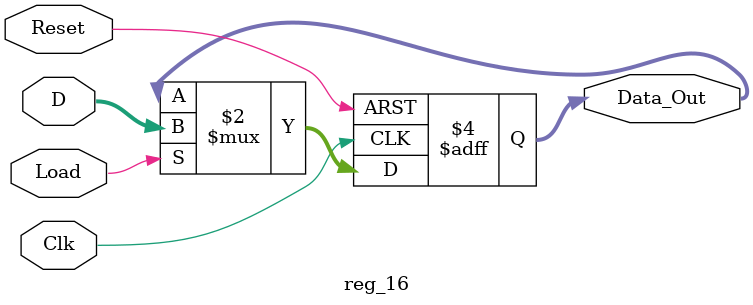
<source format=sv>
module reg_16 ( input						Clk, Reset, Load,
					input						[15:0] D,
					output logic 			[15:0] Data_Out);
					
		always_ff @ (posedge Clk or posedge Reset)
		begin
				// Setting the output Q[16..0] of the register to zeros as Reset is pressed
				if(Reset)
					Data_Out <= 16'b0000000000000000;
				// Loading D into register when load button is pressed (will eiher be switches or result of sum)
				else if(Load)
					Data_Out <= D;
		end
		
endmodule
</source>
